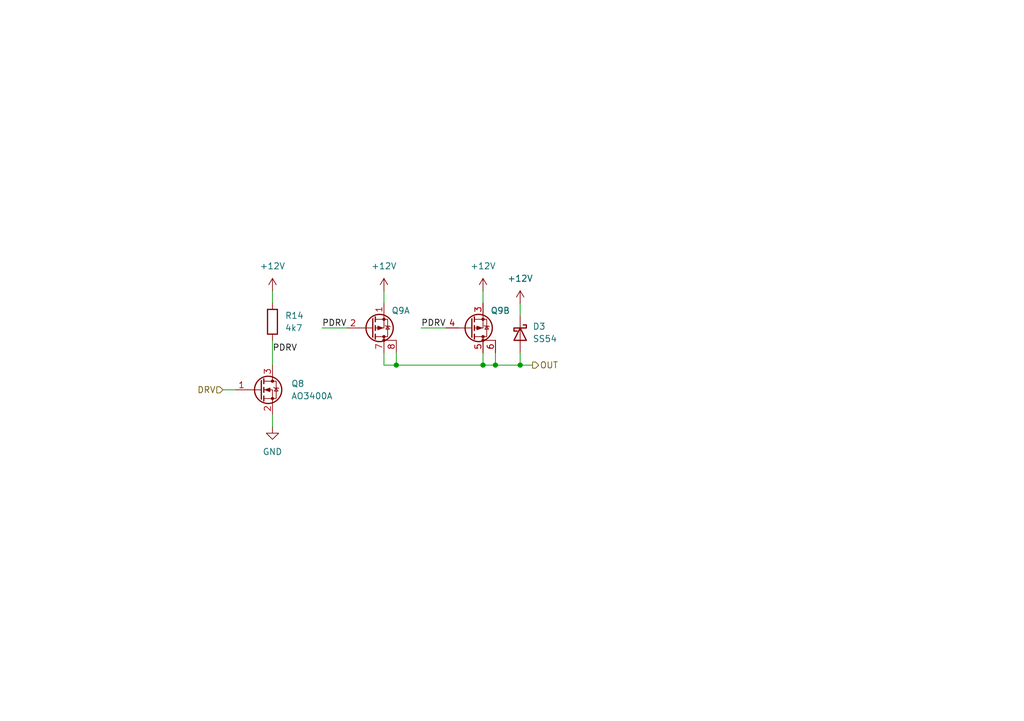
<source format=kicad_sch>
(kicad_sch (version 20231120) (generator "eeschema") (generator_version "8.0")
  (paper "A5")
  (lib_symbols
    (symbol "Device:D_Schottky" (pin_numbers hide) (pin_names (offset 1.016) hide)
      (property "Reference" "D" (at 0 2.54 0))
      (property "Value" "D_Schottky" (at 0 -2.54 0))
      (symbol "D_Schottky_0_1"
        (polyline (pts (xy 1.27 0) (xy -1.27 0)))
        (polyline (pts (xy 1.27 1.27) (xy 1.27 -1.27) (xy -1.27 0) (xy 1.27 1.27)) (stroke (width 0.254)))
        (polyline (pts (xy -1.905 0.635) (xy -1.905 1.27) (xy -1.27 1.27) (xy -1.27 -1.27) (xy -0.635 -1.27) (xy -0.635 -0.635)) (stroke (width 0.254)))
      )
      (symbol "D_Schottky_1_1"
        (pin passive line (at -3.81 0 0) (length 2.54) (name "K") (number "1"))
        (pin passive line (at 3.81 0 180) (length 2.54) (name "A") (number "2"))
      )
    )
    (symbol "Device:Q_Dual_PMOS_S1G1S2G2D2D2D1D1" (pin_names (offset 0) hide)
      (property "Reference" "Q" (at 6.35 1.27 0))
      (property "Value" "Q_Dual_PMOS_S1G1S2G2D2D2D1D1" (at 21.59 -1.27 0))
      (symbol "Q_Dual_PMOS_S1G1S2G2D2D2D1D1_0_1"
        (polyline (pts (xy 0.254 0) (xy -2.54 0)))
        (polyline (pts (xy 0.254 1.905) (xy 0.254 -1.905)) (stroke (width 0.254)))
        (polyline (pts (xy 0.762 -1.27) (xy 0.762 -2.286)) (stroke (width 0.254)))
        (polyline (pts (xy 0.762 0.508) (xy 0.762 -0.508)) (stroke (width 0.254)))
        (polyline (pts (xy 0.762 2.286) (xy 0.762 1.27)) (stroke (width 0.254)))
        (polyline (pts (xy 2.54 2.54) (xy 2.54 1.778)))
        (polyline (pts (xy 2.54 -2.54) (xy 2.54 0) (xy 0.762 0)))
        (polyline (pts (xy 0.762 1.778) (xy 3.302 1.778) (xy 3.302 -1.778) (xy 0.762 -1.778)))
        (polyline (pts (xy 2.286 0) (xy 1.27 0.381) (xy 1.27 -0.381) (xy 2.286 0)) (fill (type outline)))
        (polyline (pts (xy 2.794 -0.508) (xy 2.921 -0.381) (xy 3.683 -0.381) (xy 3.81 -0.254)))
        (polyline (pts (xy 3.302 -0.381) (xy 2.921 0.254) (xy 3.683 0.254) (xy 3.302 -0.381)))
        (circle (center 1.651 0) (radius 2.794) (stroke (width 0.254)))
        (circle (center 2.54 -1.778) (radius 0.254) (fill (type outline)))
        (circle (center 2.54 1.778) (radius 0.254) (fill (type outline)))
        (circle (center 2.54 2.54) (radius 0.254) (fill (type outline)))
        (rectangle (start 5.08 2.54) (end 2.54 2.54))
      )
      (symbol "Q_Dual_PMOS_S1G1S2G2D2D2D1D1_1_1"
        (pin passive line (at 2.54 -5.08 90) (length 2.54) (name "S") (number "1"))
        (pin input line (at -5.08 0 0) (length 2.54) (name "G") (number "2"))
        (pin passive line (at 2.54 5.08 270) (length 2.54) (name "D") (number "7"))
        (pin passive line (at 5.08 5.08 270) (length 2.54) (name "D") (number "8"))
      )
      (symbol "Q_Dual_PMOS_S1G1S2G2D2D2D1D1_2_1"
        (pin passive line (at 2.54 -5.08 90) (length 2.54) (name "S") (number "3"))
        (pin input line (at -5.08 0 0) (length 2.54) (name "G") (number "4"))
        (pin passive line (at 2.54 5.08 270) (length 2.54) (name "D") (number "5"))
        (pin passive line (at 5.08 5.08 270) (length 2.54) (name "D") (number "6"))
      )
    )
    (symbol "Device:R" (pin_numbers hide) (pin_names (offset 0))
      (property "Reference" "R" (at 2.032 0 90))
      (property "Value" "R" (at 0 0 90))
      (symbol "R_0_1"
        (rectangle (start -1.016 -2.54) (end 1.016 2.54) (stroke (width 0.254)))
      )
      (symbol "R_1_1"
        (pin passive line (at 0 3.81 270) (length 1.27) (name "~") (number "1"))
        (pin passive line (at 0 -3.81 90) (length 1.27) (name "~") (number "2"))
      )
    )
    (symbol "Transistor_FET:AO3400A" (pin_names hide)
      (property "Reference" "Q" (at 5.08 1.905 0))
      (property "Value" "AO3400A" (at 5.08 0 0))
      (symbol "AO3400A_0_1"
        (polyline (pts (xy 0.254 0) (xy -2.54 0)))
        (polyline (pts (xy 0.254 1.905) (xy 0.254 -1.905)) (stroke (width 0.254)))
        (polyline (pts (xy 0.762 -1.27) (xy 0.762 -2.286)) (stroke (width 0.254)))
        (polyline (pts (xy 0.762 0.508) (xy 0.762 -0.508)) (stroke (width 0.254)))
        (polyline (pts (xy 0.762 2.286) (xy 0.762 1.27)) (stroke (width 0.254)))
        (polyline (pts (xy 2.54 2.54) (xy 2.54 1.778)))
        (polyline (pts (xy 2.54 -2.54) (xy 2.54 0) (xy 0.762 0)))
        (polyline (pts (xy 0.762 -1.778) (xy 3.302 -1.778) (xy 3.302 1.778) (xy 0.762 1.778)))
        (polyline (pts (xy 1.016 0) (xy 2.032 0.381) (xy 2.032 -0.381) (xy 1.016 0)) (fill (type outline)))
        (polyline (pts (xy 2.794 0.508) (xy 2.921 0.381) (xy 3.683 0.381) (xy 3.81 0.254)))
        (polyline (pts (xy 3.302 0.381) (xy 2.921 -0.254) (xy 3.683 -0.254) (xy 3.302 0.381)))
        (circle (center 1.651 0) (radius 2.794) (stroke (width 0.254)))
        (circle (center 2.54 -1.778) (radius 0.254) (fill (type outline)))
        (circle (center 2.54 1.778) (radius 0.254) (fill (type outline)))
      )
      (symbol "AO3400A_1_1"
        (pin input line (at -5.08 0 0) (length 2.54) (name "G") (number "1"))
        (pin passive line (at 2.54 -5.08 90) (length 2.54) (name "S") (number "2"))
        (pin passive line (at 2.54 5.08 270) (length 2.54) (name "D") (number "3"))
      )
    )
    (symbol "power:+12V" (power) (pin_numbers hide) (pin_names (offset 0) hide)
      (property "Value" "+12V" (at 0 3.556 0))
      (symbol "+12V_0_1"
        (polyline (pts (xy -0.762 1.27) (xy 0 2.54)))
        (polyline (pts (xy 0 0) (xy 0 2.54)))
        (polyline (pts (xy 0 2.54) (xy 0.762 1.27)))
      )
      (symbol "+12V_1_1"
        (pin power_in line (at 0 0 90) (length 0) (name "~") (number "1"))
      )
    )
    (symbol "power:GND" (power) (pin_numbers hide) (pin_names (offset 0) hide)
      (property "Value" "GND" (at 0 -3.81 0))
      (symbol "GND_0_1"
        (polyline (pts (xy 0 0) (xy 0 -1.27) (xy 1.27 -1.27) (xy 0 -2.54) (xy -1.27 -1.27) (xy 0 -1.27)))
      )
      (symbol "GND_1_1"
        (pin power_in line (at 0 0 270) (length 0) (name "~") (number "1"))
      )
    )
  )
  (junction (at 81.28 74.93))
  (junction (at 106.68 74.93))
  (junction (at 99.06 74.93))
  (junction (at 101.6 74.93))
  (wire (pts (xy 106.68 62.23) (xy 106.68 64.77)))
  (wire (pts (xy 81.28 72.39) (xy 81.28 74.93)))
  (wire (pts (xy 66.04 67.31) (xy 71.12 67.31)))
  (wire (pts (xy 55.88 59.69) (xy 55.88 62.23)))
  (wire (pts (xy 101.6 72.39) (xy 101.6 74.93)))
  (wire (pts (xy 55.88 85.09) (xy 55.88 87.63)))
  (wire (pts (xy 78.74 72.39) (xy 78.74 74.93)))
  (wire (pts (xy 78.74 74.93) (xy 81.28 74.93)))
  (wire (pts (xy 86.36 67.31) (xy 91.44 67.31)))
  (wire (pts (xy 81.28 74.93) (xy 99.06 74.93)))
  (wire (pts (xy 45.72 80.01) (xy 48.26 80.01)))
  (wire (pts (xy 99.06 72.39) (xy 99.06 74.93)))
  (wire (pts (xy 101.6 74.93) (xy 106.68 74.93)))
  (wire (pts (xy 99.06 74.93) (xy 101.6 74.93)))
  (wire (pts (xy 78.74 59.69) (xy 78.74 62.23)))
  (wire (pts (xy 106.68 74.93) (xy 109.22 74.93)))
  (wire (pts (xy 55.88 69.85) (xy 55.88 74.93)))
  (wire (pts (xy 99.06 59.69) (xy 99.06 62.23)))
  (wire (pts (xy 106.68 72.39) (xy 106.68 74.93)))
  (label "PDRV" (at 66.04 67.31 0))
  (label "PDRV" (at 55.88 72.39 0))
  (label "PDRV" (at 86.36 67.31 0))
  (hierarchical_label "OUT" (shape output) (at 109.22 74.93 0))
  (hierarchical_label "DRV" (shape input) (at 45.72 80.01 180))
  (symbol (lib_id "power:+12V") (at 106.68 62.23 0) (unit 1)
    (property "Reference" "#PWR078" (effects (hide yes)))
    (property "Value" "+12V" (at 106.68 57.15 0))
    (property "Description" "Power symbol creates a global label with name \"+12V\"" (effects (hide yes)))
    (instances (project "slc-control" (path "" (reference "#PWR078") (unit 1)) (path "" (reference "#PWR073") (unit 1))))
  )
  (symbol (lib_id "Device:Q_Dual_PMOS_S1G1S2G2D2D2D1D1") (at 76.2 67.31 0) (mirror x) (unit 1)
    (property "Reference" "Q9" (at 80.264 63.754 0) (effects (justify left)))
    (property "Value" "Q_Dual_PMOS_S1G1S2G2D2D2D1D1" (effects (hide yes)))
    (property "Footprint" "Package_SO:SO-8_3.9x4.9mm_P1.27mm" (effects (hide yes)))
    (property "Description" "Dual PMOS transistor, 8 pin package" (effects (hide yes)))
    (property "LCSC" "C725015" (effects (hide yes)))
    (instances (project "slc-control" (path "" (reference "Q9") (unit 1)) (path "" (reference "Q7") (unit 1))))
  )
  (symbol (lib_id "Device:Q_Dual_PMOS_S1G1S2G2D2D2D1D1") (at 96.52 67.31 0) (mirror x) (unit 2)
    (property "Reference" "Q9" (at 100.584 63.754 0) (effects (justify left)))
    (property "Value" "Q_Dual_PMOS_S1G1S2G2D2D2D1D1" (effects (hide yes)))
    (property "Footprint" "Package_SO:SO-8_3.9x4.9mm_P1.27mm" (effects (hide yes)))
    (property "Description" "Dual PMOS transistor, 8 pin package" (effects (hide yes)))
    (property "LCSC" "C725015" (effects (hide yes)))
    (instances (project "slc-control" (path "" (reference "Q9") (unit 2)) (path "" (reference "Q7") (unit 2))))
  )
  (symbol (lib_id "power:+12V") (at 99.06 59.69 0) (unit 1)
    (property "Reference" "#PWR077" (effects (hide yes)))
    (property "Value" "+12V" (at 99.06 54.61 0))
    (property "Description" "Power symbol creates a global label with name \"+12V\"" (effects (hide yes)))
    (instances (project "slc-control" (path "" (reference "#PWR077") (unit 1)) (path "" (reference "#PWR072") (unit 1))))
  )
  (symbol (lib_id "power:+12V") (at 78.74 59.69 0) (unit 1)
    (property "Reference" "#PWR076" (effects (hide yes)))
    (property "Value" "+12V" (at 78.74 54.61 0))
    (property "Description" "Power symbol creates a global label with name \"+12V\"" (effects (hide yes)))
    (instances (project "slc-control" (path "" (reference "#PWR076") (unit 1)) (path "" (reference "#PWR071") (unit 1))))
  )
  (symbol (lib_id "power:GND") (at 55.88 87.63 0) (unit 1)
    (property "Reference" "#PWR075" (effects (hide yes)))
    (property "Value" "GND" (at 55.88 92.71 0))
    (property "Description" "Power symbol creates a global label with name \"GND\" , ground" (effects (hide yes)))
    (instances (project "slc-control" (path "" (reference "#PWR075") (unit 1)) (path "" (reference "#PWR070") (unit 1))))
  )
  (symbol (lib_id "Transistor_FET:AO3400A") (at 53.34 80.01 0) (unit 1)
    (property "Reference" "Q8" (at 59.69 78.7399 0) (effects (justify left)))
    (property "Value" "AO3400A" (at 59.69 81.2799 0) (effects (justify left)))
    (property "Footprint" "Package_TO_SOT_SMD:SOT-23" (effects (hide yes)))
    (property "Datasheet" "http://www.aosmd.com/pdfs/datasheet/AO3400A.pdf" (effects (hide yes)))
    (property "Description" "30V Vds, 5.7A Id, N-Channel MOSFET, SOT-23" (effects (hide yes)))
    (property "LCSC" "C20917" (effects (hide yes)))
    (instances (project "slc-control" (path "" (reference "Q8") (unit 1)) (path "" (reference "Q6") (unit 1))))
  )
  (symbol (lib_id "Device:R") (at 55.88 66.04 0) (unit 1)
    (property "Reference" "R14" (at 58.42 64.7699 0) (effects (justify left)))
    (property "Value" "4k7" (at 58.42 67.3099 0) (effects (justify left)))
    (property "Footprint" "Resistor_SMD:R_0402_1005Metric" (effects (hide yes)))
    (property "Description" "Resistor" (effects (hide yes)))
    (property "LCSC" "C25900" (effects (hide yes)))
    (instances (project "slc-control" (path "" (reference "R14") (unit 1)) (path "" (reference "R13") (unit 1))))
  )
  (symbol (lib_id "power:+12V") (at 55.88 59.69 0) (unit 1)
    (property "Reference" "#PWR074" (effects (hide yes)))
    (property "Value" "+12V" (at 55.88 54.61 0))
    (property "Description" "Power symbol creates a global label with name \"+12V\"" (effects (hide yes)))
    (instances (project "slc-control" (path "" (reference "#PWR074") (unit 1)) (path "" (reference "#PWR069") (unit 1))))
  )
  (symbol (lib_id "Device:D_Schottky") (at 106.68 68.58 270) (unit 1)
    (property "Reference" "D3" (at 109.22 66.9924 90) (effects (justify left)))
    (property "Value" "SS54" (at 109.22 69.5324 90) (effects (justify left)))
    (property "Footprint" "Diode_SMD:D_SMA" (effects (hide yes)))
    (property "Description" "Schottky diode" (effects (hide yes)))
    (property "LCSC" "C22452" (effects (hide yes)))
    (instances (project "slc-control" (path "" (reference "D3") (unit 1)) (path "" (reference "D2") (unit 1))))
  )
)
</source>
